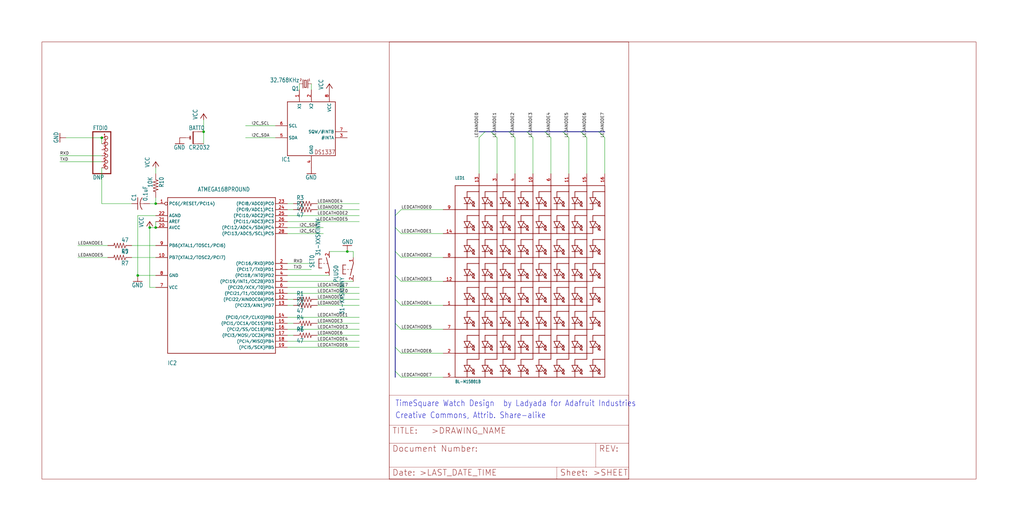
<source format=kicad_sch>
(kicad_sch (version 20211123) (generator eeschema)
  (paper "User" 434.34 223.571)
  (lib_symbols
    (symbol "eagleSchem-eagle-import:31-XXSKINNY"
      (property "Reference" "S" (at -6.35 -1.905 90))
      (property "Value" "31-XXSKINNY" (at -3.81 3.175 90))
      (symbol "31-XXSKINNY_1_0"
        (pin passive line (at 0 -5.08 90) (length 2.54) (name "P") (number "1"))
        (pin passive line (at 0 5.08 270) (length 2.54) (name "S") (number "2"))
      )
    )
    (symbol "eagleSchem-eagle-import:ATMEGA168PROUND"
      (property "Reference" "IC" (at -17.78 -40.64 0))
      (property "Value" "ATMEGA168PROUND" (at -5.08 33.02 0))
      (symbol "ATMEGA168PROUND_1_0"
        (pin bidirectional inverted (at -22.86 27.94 0) (length 5.08) (name "PC6(/RESET/PCI14)") (number "1"))
        (pin bidirectional line (at -22.86 5.08 0) (length 5.08) (name "PB7(XTAL2/TOSC2/PCI7)") (number "10"))
        (pin bidirectional line (at 33.02 -10.16 180) (length 5.08) (name "(PCI21/T1/OC0B)PD5") (number "11"))
        (pin bidirectional line (at 33.02 -12.7 180) (length 5.08) (name "(PCI22/AIN0OC0A)PD6") (number "12"))
        (pin bidirectional line (at 33.02 -15.24 180) (length 5.08) (name "(PCI23/AIN1)PD7") (number "13"))
        (pin bidirectional line (at 33.02 -20.32 180) (length 5.08) (name "(PCI0/ICP/CLKO)PB0") (number "14"))
        (pin bidirectional line (at 33.02 -22.86 180) (length 5.08) (name "(PCI1/OC1A/OC1S)PB1") (number "15"))
        (pin bidirectional line (at 33.02 -25.4 180) (length 5.08) (name "(PCI2/SS/OC1B)PB2") (number "16"))
        (pin bidirectional line (at 33.02 -27.94 180) (length 5.08) (name "(PCI3/MOSI/OC2A)PB3") (number "17"))
        (pin bidirectional line (at 33.02 -30.48 180) (length 5.08) (name "(PCI4/MISO)PB4") (number "18"))
        (pin bidirectional line (at 33.02 -33.02 180) (length 5.08) (name "(PCI5/SCK)PB5") (number "19"))
        (pin bidirectional line (at 33.02 2.54 180) (length 5.08) (name "(PCI16/RXD)PD0") (number "2"))
        (pin bidirectional line (at -22.86 17.78 0) (length 5.08) (name "AVCC") (number "20"))
        (pin bidirectional line (at -22.86 20.32 0) (length 5.08) (name "AREF") (number "21"))
        (pin bidirectional line (at -22.86 22.86 0) (length 5.08) (name "AGND") (number "22"))
        (pin bidirectional line (at 33.02 27.94 180) (length 5.08) (name "(PCI8/ADC0)PC0") (number "23"))
        (pin bidirectional line (at 33.02 25.4 180) (length 5.08) (name "(PCI9/ADC1)PC1") (number "24"))
        (pin bidirectional line (at 33.02 22.86 180) (length 5.08) (name "(PCI10/ADC2)PC2") (number "25"))
        (pin bidirectional line (at 33.02 20.32 180) (length 5.08) (name "(PCI11/ADC3)PC3") (number "26"))
        (pin bidirectional line (at 33.02 17.78 180) (length 5.08) (name "(PCI12/ADC4/SDA)PC4") (number "27"))
        (pin bidirectional line (at 33.02 15.24 180) (length 5.08) (name "(PCI13/ADC5/SCL)PC5") (number "28"))
        (pin bidirectional line (at 33.02 0 180) (length 5.08) (name "(PCI17/TXD)PD1") (number "3"))
        (pin bidirectional line (at 33.02 -2.54 180) (length 5.08) (name "(PCI18/INT0)PD2") (number "4"))
        (pin bidirectional line (at 33.02 -5.08 180) (length 5.08) (name "(PCI19/INT1/OC2B)PD3") (number "5"))
        (pin bidirectional line (at 33.02 -7.62 180) (length 5.08) (name "(PCI20/XCK/T0)PD4") (number "6"))
        (pin bidirectional line (at -22.86 -7.62 0) (length 5.08) (name "VCC") (number "7"))
        (pin bidirectional line (at -22.86 -2.54 0) (length 5.08) (name "GND") (number "8"))
        (pin bidirectional line (at -22.86 10.16 0) (length 5.08) (name "PB6(XTAL1/TOSC1/PCI6)") (number "9"))
      )
    )
    (symbol "eagleSchem-eagle-import:C-US025-025X050"
      (property "Reference" "C" (at 1.016 0.635 0))
      (property "Value" "C-US025-025X050" (at 1.016 -4.191 0))
      (symbol "C-US025-025X050_1_0"
        (pin passive line (at 0 2.54 270) (length 2.54) (name "1") (number "1"))
        (pin passive line (at 0 -5.08 90) (length 2.54) (name "2") (number "2"))
      )
    )
    (symbol "eagleSchem-eagle-import:CR2032THM"
      (property "Value" "CR2032THM" (at -1.27 -5.08 0))
      (symbol "CR2032THM_1_0"
        (pin passive line (at 5.08 2.54 180) (length 2.54) (name "+") (number "+1"))
        (pin passive line (at 5.08 -2.54 180) (length 2.54) (name "+1") (number "+2"))
        (pin passive line (at -5.08 0 0) (length 2.54) (name "-") (number "-"))
      )
    )
    (symbol "eagleSchem-eagle-import:CRYSTALTC38H"
      (property "Reference" "Q" (at 2.54 1.016 0))
      (property "Value" "CRYSTALTC38H" (at 2.54 -2.54 0))
      (symbol "CRYSTALTC38H_1_0"
        (text "1" (at -2.159 -1.143 0) (effects (font (size 0.8636 0.734)) (justify left bottom)))
        (text "2" (at 1.524 -1.143 0) (effects (font (size 0.8636 0.734)) (justify left bottom)))
        (pin passive line (at -2.54 0 0) (length 0) (name "1") (number "1"))
        (pin passive line (at 2.54 0 180) (length 0) (name "2") (number "2"))
      )
    )
    (symbol "eagleSchem-eagle-import:DS1337"
      (symbol "DS1337_1_0"
        (text "DS1337" (at 10.16 -10.16 0) (effects (font (size 1.778 1.5113)) (justify right top)))
        (pin passive line (at -5.08 15.24 270) (length 5.08) (name "X1") (number "1"))
        (pin passive line (at 0 15.24 270) (length 5.08) (name "X2") (number "2"))
        (pin output line (at 15.24 -5.08 180) (length 5.08) (name "#INTA") (number "3"))
        (pin power_in line (at 0 -17.78 90) (length 5.08) (name "GND") (number "4"))
        (pin bidirectional line (at -15.24 -5.08 0) (length 5.08) (name "SDA") (number "5"))
        (pin bidirectional line (at -15.24 0 0) (length 5.08) (name "SCL") (number "6"))
        (pin output line (at 15.24 -2.54 180) (length 5.08) (name "SQW/#INTB") (number "7"))
        (pin power_in line (at 7.62 15.24 270) (length 5.08) (name "VCC") (number "8"))
      )
    )
    (symbol "eagleSchem-eagle-import:GND" (power)
      (property "Value" "GND" (at -2.54 -2.54 0))
      (symbol "GND_1_0"
        (pin power_in line (at 0 2.54 270) (length 2.54) (name "GND") (number "1"))
      )
    )
    (symbol "eagleSchem-eagle-import:LETTER_L"
      (symbol "LETTER_L_2_0"
        (text ">DRAWING_NAME" (at 17.78 19.05 0) (effects (font (size 2.54 2.54)) (justify left bottom)))
        (text ">LAST_DATE_TIME" (at 12.7 1.27 0) (effects (font (size 2.54 2.54)) (justify left bottom)))
        (text ">SHEET" (at 86.36 1.27 0) (effects (font (size 2.54 2.54)) (justify left bottom)))
        (text "Date:" (at 1.27 1.27 0) (effects (font (size 2.54 2.54)) (justify left bottom)))
        (text "Document Number:" (at 1.27 11.43 0) (effects (font (size 2.54 2.54)) (justify left bottom)))
        (text "REV:" (at 88.9 11.43 0) (effects (font (size 2.54 2.54)) (justify left bottom)))
        (text "Sheet:" (at 72.39 1.27 0) (effects (font (size 2.54 2.54)) (justify left bottom)))
        (text "TITLE:" (at 1.27 19.05 0) (effects (font (size 2.54 2.54)) (justify left bottom)))
      )
    )
    (symbol "eagleSchem-eagle-import:PINHD-1X6CLEAN"
      (property "Reference" "JP" (at -6.35 10.795 0))
      (property "Value" "PINHD-1X6CLEAN" (at -6.35 -10.16 0))
      (symbol "PINHD-1X6CLEAN_1_0"
        (pin passive inverted (at -2.54 7.62 0) (length 2.54) (name "1") (number "1"))
        (pin passive inverted (at -2.54 5.08 0) (length 2.54) (name "2") (number "2"))
        (pin passive inverted (at -2.54 2.54 0) (length 2.54) (name "3") (number "3"))
        (pin passive inverted (at -2.54 0 0) (length 2.54) (name "4") (number "4"))
        (pin passive inverted (at -2.54 -2.54 0) (length 2.54) (name "5") (number "5"))
        (pin passive inverted (at -2.54 -5.08 0) (length 2.54) (name "6") (number "6"))
      )
    )
    (symbol "eagleSchem-eagle-import:R-US_0204{slash}7"
      (property "Reference" "R" (at -3.81 1.4986 0))
      (property "Value" "R-US_0204{slash}7" (at -3.81 -3.302 0))
      (symbol "R-US_0204{slash}7_1_0"
        (pin passive line (at -5.08 0 0) (length 2.54) (name "1") (number "1"))
        (pin passive line (at 5.08 0 180) (length 2.54) (name "2") (number "2"))
      )
    )
    (symbol "eagleSchem-eagle-import:SEGMENT_8X8_ROWCATHODEBL-M15"
      (property "Reference" "LED" (at -33.02 45.72 0))
      (property "Value" "SEGMENT_8X8_ROWCATHODEBL-M15" (at -33.02 -40.64 0))
      (symbol "SEGMENT_8X8_ROWCATHODEBL-M15_1_0"
        (pin bidirectional line (at -38.1 -7.62 0) (length 5.08) (name "K5") (number "1"))
        (pin bidirectional line (at 0 48.26 270) (length 5.08) (name "A4") (number "10"))
        (pin bidirectional line (at 15.24 48.26 270) (length 5.08) (name "A6") (number "11"))
        (pin bidirectional line (at -38.1 2.54 0) (length 5.08) (name "K4") (number "12"))
        (pin bidirectional line (at -22.86 48.26 270) (length 5.08) (name "A1") (number "13"))
        (pin bidirectional line (at -38.1 22.86 0) (length 5.08) (name "K2") (number "14"))
        (pin bidirectional line (at 22.86 48.26 270) (length 5.08) (name "A7") (number "15"))
        (pin bidirectional line (at 30.48 48.26 270) (length 5.08) (name "A8") (number "16"))
        (pin bidirectional line (at -38.1 -27.94 0) (length 5.08) (name "K7") (number "2"))
        (pin bidirectional line (at -15.24 48.26 270) (length 5.08) (name "A2") (number "3"))
        (pin bidirectional line (at -7.62 48.26 270) (length 5.08) (name "A3") (number "4"))
        (pin bidirectional line (at -38.1 -38.1 0) (length 5.08) (name "K8") (number "5"))
        (pin bidirectional line (at 7.62 48.26 270) (length 5.08) (name "A5") (number "6"))
        (pin bidirectional line (at -38.1 -17.78 0) (length 5.08) (name "K6") (number "7"))
        (pin bidirectional line (at -38.1 12.7 0) (length 5.08) (name "K3") (number "8"))
        (pin bidirectional line (at -38.1 33.02 0) (length 5.08) (name "K1") (number "9"))
      )
    )
    (symbol "eagleSchem-eagle-import:VCC" (power)
      (property "Value" "VCC" (at -2.54 -2.54 90))
      (symbol "VCC_1_0"
        (pin power_in line (at 0 -2.54 90) (length 2.54) (name "VCC") (number "1"))
      )
    )
  )
  (junction (at 66.04 86.36))
  (junction (at 58.42 116.84))
  (junction (at 86.36 55.88))
  (junction (at 63.5 96.52))
  (junction (at 147.32 106.68))
  (junction (at 43.18 58.42))
  (junction (at 66.04 96.52))
  (bus_entry (at 170.18 119.38) (size -2.54 -2.54))
  (bus_entry (at 170.18 109.22) (size -2.54 -2.54))
  (bus_entry (at 233.68 58.42) (size -2.54 -2.54))
  (bus_entry (at 203.2 58.42) (size 2.54 -2.54))
  (bus_entry (at 218.44 58.42) (size -2.54 -2.54))
  (bus_entry (at 226.06 58.42) (size -2.54 -2.54))
  (bus_entry (at 256.54 58.42) (size -2.54 -2.54))
  (bus_entry (at 248.92 58.42) (size -2.54 -2.54))
  (bus_entry (at 241.3 58.42) (size -2.54 -2.54))
  (bus_entry (at 170.18 88.9) (size -2.54 2.54))
  (bus_entry (at 210.82 58.42) (size -2.54 -2.54))
  (bus_entry (at 170.18 139.7) (size -2.54 -2.54))
  (bus_entry (at 170.18 149.86) (size -2.54 -2.54))
  (bus_entry (at 170.18 160.02) (size -2.54 -2.54))
  (bus_entry (at 170.18 99.06) (size -2.54 -2.54))
  (bus_entry (at 170.18 129.54) (size -2.54 -2.54))
  (wire (pts (xy 170.18 149.86) (xy 187.96 149.86)))
  (bus (pts (xy 205.74 55.88) (xy 208.28 55.88)))
  (wire (pts (xy 63.5 86.36) (xy 66.04 86.36)))
  (wire (pts (xy 121.92 96.52) (xy 137.16 96.52)))
  (wire (pts (xy 43.18 68.58) (xy 25.4 68.58)))
  (wire (pts (xy 124.46 129.54) (xy 121.92 129.54)))
  (wire (pts (xy 134.62 127) (xy 152.4 127)))
  (wire (pts (xy 124.46 88.9) (xy 121.92 88.9)))
  (wire (pts (xy 63.5 121.92) (xy 66.04 121.92)))
  (wire (pts (xy 121.92 111.76) (xy 132.08 111.76)))
  (wire (pts (xy 256.54 58.42) (xy 256.54 73.66)))
  (wire (pts (xy 121.92 121.92) (xy 152.4 121.92)))
  (wire (pts (xy 134.62 88.9) (xy 152.4 88.9)))
  (wire (pts (xy 210.82 58.42) (xy 210.82 73.66)))
  (wire (pts (xy 43.18 60.96) (xy 43.18 58.42)))
  (bus (pts (xy 167.64 106.68) (xy 167.64 116.84)))
  (bus (pts (xy 167.64 91.44) (xy 167.64 96.52)))
  (wire (pts (xy 170.18 129.54) (xy 187.96 129.54)))
  (wire (pts (xy 121.92 124.46) (xy 152.4 124.46)))
  (wire (pts (xy 134.62 86.36) (xy 152.4 86.36)))
  (wire (pts (xy 43.18 86.36) (xy 55.88 86.36)))
  (bus (pts (xy 223.52 55.88) (xy 231.14 55.88)))
  (wire (pts (xy 63.5 96.52) (xy 63.5 121.92)))
  (wire (pts (xy 43.18 66.04) (xy 25.4 66.04)))
  (wire (pts (xy 134.62 137.16) (xy 152.4 137.16)))
  (bus (pts (xy 167.64 127) (xy 167.64 137.16)))
  (bus (pts (xy 167.64 88.9) (xy 167.64 91.44)))
  (wire (pts (xy 121.92 137.16) (xy 124.46 137.16)))
  (wire (pts (xy 203.2 58.42) (xy 203.2 73.66)))
  (wire (pts (xy 170.18 160.02) (xy 187.96 160.02)))
  (wire (pts (xy 121.92 147.32) (xy 152.4 147.32)))
  (wire (pts (xy 170.18 109.22) (xy 187.96 109.22)))
  (wire (pts (xy 66.04 83.82) (xy 66.04 86.36)))
  (wire (pts (xy 134.62 142.24) (xy 152.4 142.24)))
  (wire (pts (xy 121.92 93.98) (xy 152.4 93.98)))
  (wire (pts (xy 121.92 116.84) (xy 139.7 116.84)))
  (bus (pts (xy 167.64 137.16) (xy 167.64 147.32)))
  (wire (pts (xy 132.08 35.56) (xy 132.08 38.1)))
  (wire (pts (xy 45.72 109.22) (xy 33.02 109.22)))
  (wire (pts (xy 170.18 88.9) (xy 187.96 88.9)))
  (wire (pts (xy 121.92 119.38) (xy 149.86 119.38)))
  (bus (pts (xy 246.38 55.88) (xy 254 55.88)))
  (bus (pts (xy 167.64 157.48) (xy 167.64 160.02)))
  (wire (pts (xy 233.68 58.42) (xy 233.68 73.66)))
  (wire (pts (xy 241.3 58.42) (xy 241.3 73.66)))
  (bus (pts (xy 167.64 147.32) (xy 167.64 157.48)))
  (wire (pts (xy 43.18 71.12) (xy 43.18 86.36)))
  (wire (pts (xy 147.32 106.68) (xy 149.86 106.68)))
  (wire (pts (xy 170.18 119.38) (xy 187.96 119.38)))
  (bus (pts (xy 167.64 96.52) (xy 167.64 106.68)))
  (wire (pts (xy 139.7 106.68) (xy 147.32 106.68)))
  (wire (pts (xy 86.36 50.8) (xy 86.36 55.88)))
  (wire (pts (xy 66.04 109.22) (xy 55.88 109.22)))
  (wire (pts (xy 124.46 142.24) (xy 121.92 142.24)))
  (wire (pts (xy 66.04 73.66) (xy 66.04 71.12)))
  (wire (pts (xy 218.44 58.42) (xy 218.44 73.66)))
  (wire (pts (xy 121.92 114.3) (xy 132.08 114.3)))
  (wire (pts (xy 170.18 139.7) (xy 187.96 139.7)))
  (bus (pts (xy 254 55.88) (xy 256.54 55.88)))
  (wire (pts (xy 58.42 91.44) (xy 58.42 116.84)))
  (bus (pts (xy 167.64 116.84) (xy 167.64 127)))
  (bus (pts (xy 203.2 55.88) (xy 205.74 55.88)))
  (wire (pts (xy 121.92 144.78) (xy 152.4 144.78)))
  (wire (pts (xy 121.92 139.7) (xy 152.4 139.7)))
  (wire (pts (xy 55.88 104.14) (xy 66.04 104.14)))
  (wire (pts (xy 27.94 58.42) (xy 43.18 58.42)))
  (wire (pts (xy 248.92 58.42) (xy 248.92 73.66)))
  (wire (pts (xy 86.36 55.88) (xy 86.36 60.96)))
  (wire (pts (xy 127 35.56) (xy 127 38.1)))
  (wire (pts (xy 134.62 129.54) (xy 152.4 129.54)))
  (wire (pts (xy 226.06 58.42) (xy 226.06 73.66)))
  (wire (pts (xy 45.72 104.14) (xy 33.02 104.14)))
  (wire (pts (xy 116.84 58.42) (xy 104.14 58.42)))
  (wire (pts (xy 124.46 127) (xy 121.92 127)))
  (bus (pts (xy 231.14 55.88) (xy 238.76 55.88)))
  (wire (pts (xy 116.84 53.34) (xy 104.14 53.34)))
  (wire (pts (xy 121.92 134.62) (xy 152.4 134.62)))
  (bus (pts (xy 208.28 55.88) (xy 215.9 55.88)))
  (wire (pts (xy 124.46 86.36) (xy 121.92 86.36)))
  (bus (pts (xy 215.9 55.88) (xy 223.52 55.88)))
  (wire (pts (xy 58.42 91.44) (xy 66.04 91.44)))
  (wire (pts (xy 149.86 106.68) (xy 149.86 109.22)))
  (wire (pts (xy 58.42 116.84) (xy 66.04 116.84)))
  (wire (pts (xy 66.04 93.98) (xy 66.04 96.52)))
  (wire (pts (xy 170.18 99.06) (xy 187.96 99.06)))
  (wire (pts (xy 121.92 91.44) (xy 152.4 91.44)))
  (bus (pts (xy 238.76 55.88) (xy 246.38 55.88)))
  (wire (pts (xy 121.92 99.06) (xy 137.16 99.06)))
  (wire (pts (xy 66.04 96.52) (xy 63.5 96.52)))
  (text "TimeSquare Watch Design" (at 167.64 172.72 180) (effects (font (size 2.54 2.159)) (justify left bottom)))
  (text "Creative Commons, Attrib. Share-alike" (at 167.64 177.8 180) (effects (font (size 2.54 2.159)) (justify left bottom)))
  (text "by Ladyada for Adafruit Industries" (at 213.36 172.72 180) (effects (font (size 2.54 2.159)) (justify left bottom)))
  (label "RXD" (at 124.46 111.76 0) (effects (font (size 1.2446 1.2446))))
  (label "I2C_SDA" (at 127 96.52 0) (effects (font (size 1.2446 1.2446))))
  (label "LEDANODE5" (at 241.3 58.42 90) (effects (font (size 1.2446 1.2446))))
  (label "LEDCATHODE1" (at 170.18 99.06 0) (effects (font (size 1.2446 1.2446))))
  (label "LEDANODE1" (at 33.02 104.14 0) (effects (font (size 1.2446 1.2446))))
  (label "LEDANODE3" (at 134.62 137.16 0) (effects (font (size 1.2446 1.2446))))
  (label "LEDCATHODE7" (at 170.18 160.02 0) (effects (font (size 1.2446 1.2446))))
  (label "I2C_SCL" (at 127 99.06 0) (effects (font (size 1.2446 1.2446))))
  (label "TXD" (at 25.4 68.58 0) (effects (font (size 1.2446 1.2446))))
  (label "TXD" (at 124.46 114.3 0) (effects (font (size 1.2446 1.2446))))
  (label "RXD" (at 25.4 66.04 0) (effects (font (size 1.2446 1.2446))))
  (label "LEDANODE0" (at 203.2 58.42 90) (effects (font (size 1.2446 1.2446))))
  (label "LEDCATHODE5" (at 134.62 93.98 0) (effects (font (size 1.2446 1.2446))))
  (label "LEDCATHODE2" (at 170.18 109.22 0) (effects (font (size 1.2446 1.2446))))
  (label "LEDANODE1" (at 210.82 58.42 90) (effects (font (size 1.2446 1.2446))))
  (label "I2C_SDA" (at 106.68 58.42 0) (effects (font (size 1.2446 1.2446))))
  (label "I2C_SCL" (at 106.68 53.34 0) (effects (font (size 1.2446 1.2446))))
  (label "LEDANODE2" (at 134.62 88.9 0) (effects (font (size 1.2446 1.2446))))
  (label "LEDCATHODE2" (at 134.62 91.44 0) (effects (font (size 1.2446 1.2446))))
  (label "LEDCATHODE4" (at 134.62 144.78 0) (effects (font (size 1.2446 1.2446))))
  (label "LEDANODE0" (at 134.62 127 0) (effects (font (size 1.2446 1.2446))))
  (label "LEDCATHODE4" (at 170.18 129.54 0) (effects (font (size 1.2446 1.2446))))
  (label "LEDCATHODE1" (at 134.62 134.62 0) (effects (font (size 1.2446 1.2446))))
  (label "LEDCATHODE7" (at 134.62 121.92 0) (effects (font (size 1.2446 1.2446))))
  (label "LEDANODE6" (at 248.92 58.42 90) (effects (font (size 1.2446 1.2446))))
  (label "LEDCATHODE0" (at 134.62 124.46 0) (effects (font (size 1.2446 1.2446))))
  (label "LEDCATHODE0" (at 170.18 88.9 0) (effects (font (size 1.2446 1.2446))))
  (label "LEDANODE5" (at 33.02 109.22 0) (effects (font (size 1.2446 1.2446))))
  (label "LEDCATHODE6" (at 170.18 149.86 0) (effects (font (size 1.2446 1.2446))))
  (label "LEDCATHODE3" (at 170.18 119.38 0) (effects (font (size 1.2446 1.2446))))
  (label "LEDANODE7" (at 134.62 129.54 0) (effects (font (size 1.2446 1.2446))))
  (label "LEDANODE4" (at 233.68 58.42 90) (effects (font (size 1.2446 1.2446))))
  (label "LEDANODE7" (at 256.54 58.42 90) (effects (font (size 1.2446 1.2446))))
  (label "LEDCATHODE5" (at 170.18 139.7 0) (effects (font (size 1.2446 1.2446))))
  (label "LEDANODE4" (at 134.62 86.36 0) (effects (font (size 1.2446 1.2446))))
  (label "LEDCATHODE6" (at 134.62 147.32 0) (effects (font (size 1.2446 1.2446))))
  (label "LEDANODE2" (at 218.44 58.42 90) (effects (font (size 1.2446 1.2446))))
  (label "LEDANODE3" (at 226.06 58.42 90) (effects (font (size 1.2446 1.2446))))
  (label "LEDCATHODE3" (at 134.62 139.7 0) (effects (font (size 1.2446 1.2446))))
  (label "LEDANODE6" (at 134.62 142.24 0) (effects (font (size 1.2446 1.2446))))
  (symbol (lib_id "eagleSchem-eagle-import:R-US_0204{slash}7") (at 129.54 142.24 0) (unit 1)
    (property "Reference" "R6" (at 125.73 140.7414 0) (effects (font (size 1.778 1.5113)) (justify left bottom)))
    (property "Value" "47" (at 125.73 145.542 0) (effects (font (size 1.778 1.5113)) (justify left bottom)))
    (property "Footprint" "eagleSchem:0204_7" (effects hide))
  )
  (symbol (lib_id "eagleSchem-eagle-import:R-US_0204{slash}7") (at 66.04 78.74 270) (unit 1)
    (property "Reference" "R10" (at 67.5386 74.93 0) (effects (font (size 1.778 1.5113)) (justify left bottom)))
    (property "Value" "10K" (at 62.738 74.93 0) (effects (font (size 1.778 1.5113)) (justify left bottom)))
    (property "Footprint" "eagleSchem:0204_7" (effects hide))
  )
  (symbol (lib_id "eagleSchem-eagle-import:CR2032THM") (at 81.28 58.42 0) (unit 1)
    (property "Reference" "BATT0" (at 80.01 55.245 0) (effects (font (size 1.778 1.5113)) (justify left bottom)))
    (property "Value" "CR2032" (at 80.01 63.5 0) (effects (font (size 1.778 1.5113)) (justify left bottom)))
    (property "Footprint" "eagleSchem:CR2032-THRU" (effects hide))
  )
  (symbol (lib_id "eagleSchem-eagle-import:VCC") (at 66.04 68.58 0) (unit 1)
    (property "Reference" "#P+6" (effects hide))
    (property "Value" "VCC" (at 63.5 71.12 90) (effects (font (size 1.778 1.5113)) (justify left bottom)))
    (property "Footprint" "eagleSchem:" (effects hide))
  )
  (symbol (lib_id "eagleSchem-eagle-import:31-XXSKINNY") (at 149.86 114.3 0) (mirror x) (unit 1)
    (property "Reference" "PLUS0" (at 143.51 112.395 90) (effects (font (size 1.778 1.5113)) (justify left bottom)))
    (property "Value" "31-XXSKINNY" (at 146.05 117.475 90) (effects (font (size 1.778 1.5113)) (justify left bottom)))
    (property "Footprint" "eagleSchem:B3F-31XX-SKINNIER" (effects hide))
  )
  (symbol (lib_id "eagleSchem-eagle-import:R-US_0204{slash}7") (at 50.8 109.22 180) (unit 1)
    (property "Reference" "R7" (at 54.61 110.7186 0) (effects (font (size 1.778 1.5113)) (justify left bottom)))
    (property "Value" "47" (at 54.61 105.918 0) (effects (font (size 1.778 1.5113)) (justify left bottom)))
    (property "Footprint" "eagleSchem:0204_7" (effects hide))
  )
  (symbol (lib_id "eagleSchem-eagle-import:SEGMENT_8X8_ROWCATHODEBL-M15") (at 226.06 121.92 0) (unit 1)
    (property "Reference" "LED1" (at 193.04 76.2 0) (effects (font (size 1.27 1.0795)) (justify left bottom)))
    (property "Value" "BL-M15881B" (at 193.04 162.56 0) (effects (font (size 1.27 1.0795)) (justify left bottom)))
    (property "Footprint" "eagleSchem:SEGMENT_BL-M15A881" (effects hide))
  )
  (symbol (lib_id "eagleSchem-eagle-import:VCC") (at 63.5 93.98 0) (unit 1)
    (property "Reference" "#P+2" (effects hide))
    (property "Value" "VCC" (at 60.96 96.52 90) (effects (font (size 1.778 1.5113)) (justify left bottom)))
    (property "Footprint" "eagleSchem:" (effects hide))
  )
  (symbol (lib_id "eagleSchem-eagle-import:R-US_0204{slash}7") (at 129.54 86.36 0) (unit 1)
    (property "Reference" "R3" (at 125.73 84.8614 0) (effects (font (size 1.778 1.5113)) (justify left bottom)))
    (property "Value" "47" (at 125.73 89.662 0) (effects (font (size 1.778 1.5113)) (justify left bottom)))
    (property "Footprint" "eagleSchem:0204_7" (effects hide))
  )
  (symbol (lib_id "eagleSchem-eagle-import:R-US_0204{slash}7") (at 129.54 129.54 0) (unit 1)
    (property "Reference" "R8" (at 125.73 128.0414 0) (effects (font (size 1.778 1.5113)) (justify left bottom)))
    (property "Value" "47" (at 125.73 132.842 0) (effects (font (size 1.778 1.5113)) (justify left bottom)))
    (property "Footprint" "eagleSchem:0204_7" (effects hide))
  )
  (symbol (lib_id "eagleSchem-eagle-import:31-XXSKINNY") (at 139.7 111.76 0) (unit 1)
    (property "Reference" "SET0" (at 133.35 113.665 90) (effects (font (size 1.778 1.5113)) (justify left bottom)))
    (property "Value" "31-XXSKINNY" (at 135.89 108.585 90) (effects (font (size 1.778 1.5113)) (justify left bottom)))
    (property "Footprint" "eagleSchem:B3F-31XX-SKINNIER" (effects hide))
  )
  (symbol (lib_id "eagleSchem-eagle-import:GND") (at 132.08 73.66 0) (unit 1)
    (property "Reference" "#GND3" (effects hide))
    (property "Value" "GND" (at 129.54 76.2 0) (effects (font (size 1.778 1.5113)) (justify left bottom)))
    (property "Footprint" "eagleSchem:" (effects hide))
  )
  (symbol (lib_id "eagleSchem-eagle-import:VCC") (at 86.36 48.26 0) (unit 1)
    (property "Reference" "#P+5" (effects hide))
    (property "Value" "VCC" (at 83.82 50.8 90) (effects (font (size 1.778 1.5113)) (justify left bottom)))
    (property "Footprint" "eagleSchem:" (effects hide))
  )
  (symbol (lib_id "eagleSchem-eagle-import:R-US_0204{slash}7") (at 129.54 88.9 0) (unit 1)
    (property "Reference" "R2" (at 125.73 87.4014 0) (effects (font (size 1.778 1.5113)) (justify left bottom)))
    (property "Value" "47" (at 125.73 92.202 0) (effects (font (size 1.778 1.5113)) (justify left bottom)))
    (property "Footprint" "eagleSchem:0204_7" (effects hide))
  )
  (symbol (lib_id "eagleSchem-eagle-import:C-US025-025X050") (at 58.42 86.36 90) (unit 1)
    (property "Reference" "C1" (at 57.785 85.344 0) (effects (font (size 1.778 1.5113)) (justify left bottom)))
    (property "Value" "0.1uF" (at 62.611 85.344 0) (effects (font (size 1.778 1.5113)) (justify left bottom)))
    (property "Footprint" "eagleSchem:C025-025X050" (effects hide))
  )
  (symbol (lib_id "eagleSchem-eagle-import:GND") (at 147.32 104.14 180) (unit 1)
    (property "Reference" "#GND6" (effects hide))
    (property "Value" "GND" (at 149.86 101.6 0) (effects (font (size 1.778 1.5113)) (justify left bottom)))
    (property "Footprint" "eagleSchem:" (effects hide))
  )
  (symbol (lib_id "eagleSchem-eagle-import:LETTER_L") (at 17.78 203.2 0) (unit 1)
    (property "Reference" "#FRAME1" (effects hide))
    (property "Value" "LETTER_L" (effects hide))
    (property "Footprint" "eagleSchem:" (effects hide))
  )
  (symbol (lib_id "eagleSchem-eagle-import:GND") (at 25.4 58.42 270) (unit 1)
    (property "Reference" "#GND4" (effects hide))
    (property "Value" "GND" (at 22.86 55.88 0) (effects (font (size 1.778 1.5113)) (justify left bottom)))
    (property "Footprint" "eagleSchem:" (effects hide))
  )
  (symbol (lib_id "eagleSchem-eagle-import:CRYSTALTC38H") (at 129.54 35.56 180) (unit 1)
    (property "Reference" "Q1" (at 127 36.576 0) (effects (font (size 1.778 1.5113)) (justify left bottom)))
    (property "Value" "32.768KHz" (at 127 33.02 0) (effects (font (size 1.778 1.5113)) (justify left bottom)))
    (property "Footprint" "eagleSchem:TC38H" (effects hide))
  )
  (symbol (lib_id "eagleSchem-eagle-import:LETTER_L") (at 165.1 203.2 0) (unit 2)
    (property "Reference" "#FRAME1" (effects hide))
    (property "Value" "LETTER_L" (effects hide))
    (property "Footprint" "eagleSchem:" (effects hide))
  )
  (symbol (lib_id "eagleSchem-eagle-import:VCC") (at 139.7 35.56 0) (unit 1)
    (property "Reference" "#P+4" (effects hide))
    (property "Value" "VCC" (at 137.16 38.1 90) (effects (font (size 1.778 1.5113)) (justify left bottom)))
    (property "Footprint" "eagleSchem:" (effects hide))
  )
  (symbol (lib_id "eagleSchem-eagle-import:R-US_0204{slash}7") (at 50.8 104.14 180) (unit 1)
    (property "Reference" "R5" (at 54.61 105.6386 0) (effects (font (size 1.778 1.5113)) (justify left bottom)))
    (property "Value" "47" (at 54.61 100.838 0) (effects (font (size 1.778 1.5113)) (justify left bottom)))
    (property "Footprint" "eagleSchem:0204_7" (effects hide))
  )
  (symbol (lib_id "eagleSchem-eagle-import:PINHD-1X6CLEAN") (at 45.72 66.04 0) (unit 1)
    (property "Reference" "FTDI0" (at 39.37 55.245 0) (effects (font (size 1.778 1.5113)) (justify left bottom)))
    (property "Value" "DNP" (at 39.37 76.2 0) (effects (font (size 1.778 1.5113)) (justify left bottom)))
    (property "Footprint" "eagleSchem:1X06-CLEAN" (effects hide))
  )
  (symbol (lib_id "eagleSchem-eagle-import:R-US_0204{slash}7") (at 129.54 137.16 0) (unit 1)
    (property "Reference" "R4" (at 125.73 135.6614 0) (effects (font (size 1.778 1.5113)) (justify left bottom)))
    (property "Value" "47" (at 125.73 140.462 0) (effects (font (size 1.778 1.5113)) (justify left bottom)))
    (property "Footprint" "eagleSchem:0204_7" (effects hide))
  )
  (symbol (lib_id "eagleSchem-eagle-import:R-US_0204{slash}7") (at 129.54 127 0) (unit 1)
    (property "Reference" "R1" (at 125.73 125.5014 0) (effects (font (size 1.778 1.5113)) (justify left bottom)))
    (property "Value" "47" (at 125.73 130.302 0) (effects (font (size 1.778 1.5113)) (justify left bottom)))
    (property "Footprint" "eagleSchem:0204_7" (effects hide))
  )
  (symbol (lib_id "eagleSchem-eagle-import:DS1337") (at 132.08 53.34 0) (unit 1)
    (property "Reference" "IC1" (at 119.38 68.58 0) (effects (font (size 1.778 1.5113)) (justify left bottom)))
    (property "Value" "DS1337" (effects hide))
    (property "Footprint" "eagleSchem:DIL08-ROUND" (effects hide))
  )
  (symbol (lib_id "eagleSchem-eagle-import:GND") (at 58.42 119.38 0) (unit 1)
    (property "Reference" "#GND1" (effects hide))
    (property "Value" "GND" (at 55.88 121.92 0) (effects (font (size 1.778 1.5113)) (justify left bottom)))
    (property "Footprint" "eagleSchem:" (effects hide))
  )
  (symbol (lib_id "eagleSchem-eagle-import:ATMEGA168PROUND") (at 88.9 114.3 0) (unit 1)
    (property "Reference" "IC2" (at 71.12 154.94 0) (effects (font (size 1.778 1.5113)) (justify left bottom)))
    (property "Value" "ATMEGA168PROUND" (at 83.82 81.28 0) (effects (font (size 1.778 1.5113)) (justify left bottom)))
    (property "Footprint" "eagleSchem:DIL28-3-ROUND" (effects hide))
  )
  (symbol (lib_id "eagleSchem-eagle-import:GND") (at 76.2 60.96 0) (unit 1)
    (property "Reference" "#GND5" (effects hide))
    (property "Value" "GND" (at 73.66 63.5 0) (effects (font (size 1.778 1.5113)) (justify left bottom)))
    (property "Footprint" "eagleSchem:" (effects hide))
  )
)
</source>
